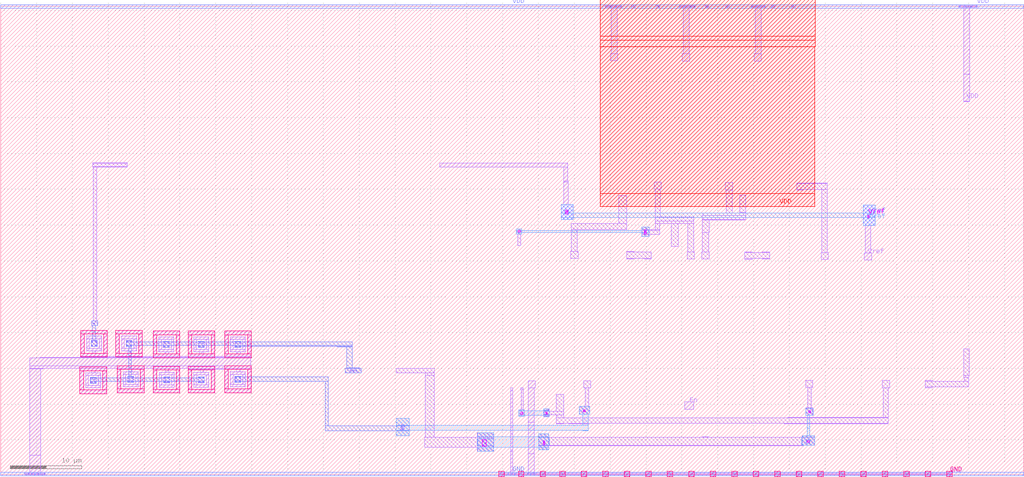
<source format=lef>
VERSION 5.7 ;
  NOWIREEXTENSIONATPIN ON ;
  DIVIDERCHAR "/" ;
  BUSBITCHARS "[]" ;
MACRO BGR
  CLASS BLOCK ;
  FOREIGN BGR ;
  ORIGIN 0.000 -0.240 ;
  SIZE 142.700 BY 65.280 ;
  PIN GND
    ANTENNAGATEAREA 60.024998 ;
    ANTENNADIFFAREA 122.928795 ;
    PORT
      LAYER pwell ;
        RECT 11.160 19.805 14.880 20.310 ;
        RECT 11.160 17.095 11.665 19.805 ;
        RECT 14.375 17.095 14.880 19.805 ;
        RECT 11.160 16.590 14.880 17.095 ;
        RECT 16.030 19.805 19.750 20.310 ;
        RECT 16.030 17.095 16.535 19.805 ;
        RECT 19.245 17.095 19.750 19.805 ;
        RECT 16.030 16.590 19.750 17.095 ;
        RECT 21.250 19.695 24.970 20.200 ;
        RECT 21.250 16.985 21.755 19.695 ;
        RECT 24.465 16.985 24.970 19.695 ;
        RECT 21.250 16.480 24.970 16.985 ;
        RECT 26.120 19.695 29.840 20.200 ;
        RECT 26.120 16.985 26.625 19.695 ;
        RECT 29.335 16.985 29.840 19.695 ;
        RECT 26.120 16.480 29.840 16.985 ;
        RECT 31.220 19.695 34.940 20.200 ;
        RECT 31.220 16.985 31.725 19.695 ;
        RECT 34.435 16.985 34.940 19.695 ;
        RECT 31.220 16.480 34.940 16.985 ;
        RECT 11.040 14.675 14.760 15.180 ;
        RECT 11.040 11.965 11.545 14.675 ;
        RECT 14.255 11.965 14.760 14.675 ;
        RECT 11.040 11.460 14.760 11.965 ;
        RECT 16.260 14.825 19.980 15.330 ;
        RECT 16.260 12.115 16.765 14.825 ;
        RECT 19.475 12.115 19.980 14.825 ;
        RECT 16.260 11.610 19.980 12.115 ;
        RECT 21.280 14.765 25.000 15.270 ;
        RECT 21.280 12.055 21.785 14.765 ;
        RECT 24.495 12.055 25.000 14.765 ;
        RECT 21.280 11.550 25.000 12.055 ;
        RECT 26.130 14.765 29.850 15.270 ;
        RECT 26.130 12.055 26.635 14.765 ;
        RECT 29.345 12.055 29.850 14.765 ;
        RECT 26.130 11.550 29.850 12.055 ;
        RECT 31.220 14.825 34.940 15.330 ;
        RECT 31.220 12.115 31.725 14.825 ;
        RECT 34.435 12.115 34.940 14.825 ;
        RECT 31.220 11.610 34.940 12.115 ;
        RECT 69.470 -0.130 70.210 0.610 ;
        RECT 72.220 -0.130 72.960 0.610 ;
        RECT 75.220 -0.130 75.960 0.610 ;
        RECT 77.970 -0.130 78.710 0.610 ;
        RECT 80.970 -0.130 81.710 0.610 ;
        RECT 83.970 -0.130 84.710 0.610 ;
        RECT 86.970 -0.130 87.710 0.610 ;
        RECT 89.970 -0.130 90.710 0.610 ;
        RECT 92.970 -0.130 93.710 0.610 ;
        RECT 95.970 -0.130 96.710 0.610 ;
        RECT 98.970 -0.130 99.710 0.610 ;
        RECT 101.970 -0.130 102.710 0.610 ;
        RECT 104.970 -0.130 105.710 0.610 ;
        RECT 107.970 -0.130 108.710 0.610 ;
        RECT 110.960 -0.130 111.700 0.610 ;
        RECT 113.970 -0.130 114.710 0.610 ;
        RECT 116.970 -0.130 117.710 0.610 ;
        RECT 119.970 -0.130 120.710 0.610 ;
        RECT 122.970 -0.130 123.710 0.610 ;
        RECT 125.970 -0.130 126.710 0.610 ;
        RECT 128.970 -0.130 129.710 0.610 ;
        RECT 131.970 -0.130 132.710 0.610 ;
      LAYER li1 ;
        RECT 11.160 19.805 14.880 20.310 ;
        RECT 11.160 17.095 11.665 19.805 ;
        RECT 11.975 19.135 14.065 19.495 ;
        RECT 11.975 17.765 12.335 19.135 ;
        RECT 13.705 17.765 14.065 19.135 ;
        RECT 11.975 17.405 14.065 17.765 ;
        RECT 12.750 17.095 13.250 17.405 ;
        RECT 14.375 17.095 14.880 19.805 ;
        RECT 11.160 16.640 14.880 17.095 ;
        RECT 16.030 19.805 19.750 20.310 ;
        RECT 16.030 17.095 16.535 19.805 ;
        RECT 16.845 19.135 18.935 19.495 ;
        RECT 16.845 17.765 17.205 19.135 ;
        RECT 18.575 17.765 18.935 19.135 ;
        RECT 16.845 17.405 18.935 17.765 ;
        RECT 17.620 17.095 18.120 17.405 ;
        RECT 19.245 17.095 19.750 19.805 ;
        RECT 16.030 16.640 19.750 17.095 ;
        RECT 21.250 19.695 24.970 20.200 ;
        RECT 21.250 16.985 21.755 19.695 ;
        RECT 22.065 19.025 24.155 19.385 ;
        RECT 22.065 17.655 22.425 19.025 ;
        RECT 23.795 17.655 24.155 19.025 ;
        RECT 22.065 17.295 24.155 17.655 ;
        RECT 22.910 16.985 23.410 17.295 ;
        RECT 24.465 16.985 24.970 19.695 ;
        RECT 21.250 16.640 24.970 16.985 ;
        RECT 26.120 19.695 29.840 20.200 ;
        RECT 26.120 16.985 26.625 19.695 ;
        RECT 26.935 19.025 29.025 19.385 ;
        RECT 26.935 17.655 27.295 19.025 ;
        RECT 28.665 17.655 29.025 19.025 ;
        RECT 26.935 17.295 29.025 17.655 ;
        RECT 27.720 16.985 28.220 17.295 ;
        RECT 29.335 16.985 29.840 19.695 ;
        RECT 26.120 16.670 29.840 16.985 ;
        RECT 31.220 19.695 34.940 20.200 ;
        RECT 31.220 16.985 31.725 19.695 ;
        RECT 32.035 19.025 34.125 19.385 ;
        RECT 32.035 17.655 32.395 19.025 ;
        RECT 33.765 17.655 34.125 19.025 ;
        RECT 32.035 17.295 34.125 17.655 ;
        RECT 32.890 16.985 33.370 17.295 ;
        RECT 34.435 16.985 34.940 19.695 ;
        RECT 31.220 16.670 34.940 16.985 ;
        RECT 26.120 16.640 34.940 16.670 ;
        RECT 11.070 16.520 34.940 16.640 ;
        RECT 5.410 16.490 34.940 16.520 ;
        RECT 4.340 16.480 34.940 16.490 ;
        RECT 4.340 16.450 34.860 16.480 ;
        RECT 4.050 15.330 34.860 16.450 ;
        RECT 4.050 15.020 34.940 15.330 ;
        RECT 4.050 14.920 5.920 15.020 ;
        RECT 11.040 15.000 34.940 15.020 ;
        RECT 4.050 2.840 5.570 14.920 ;
        RECT 11.040 14.675 14.760 15.000 ;
        RECT 11.040 11.965 11.545 14.675 ;
        RECT 12.680 14.365 13.180 14.675 ;
        RECT 11.855 14.005 13.945 14.365 ;
        RECT 11.855 12.635 12.215 14.005 ;
        RECT 13.585 12.635 13.945 14.005 ;
        RECT 11.855 12.275 13.945 12.635 ;
        RECT 14.255 11.965 14.760 14.675 ;
        RECT 11.040 11.460 14.760 11.965 ;
        RECT 16.260 14.825 19.980 15.000 ;
        RECT 16.260 12.115 16.765 14.825 ;
        RECT 17.870 14.515 18.370 14.825 ;
        RECT 17.075 14.155 19.165 14.515 ;
        RECT 17.075 12.785 17.435 14.155 ;
        RECT 18.805 12.785 19.165 14.155 ;
        RECT 17.075 12.425 19.165 12.785 ;
        RECT 19.475 12.115 19.980 14.825 ;
        RECT 16.260 11.610 19.980 12.115 ;
        RECT 21.280 14.765 25.000 15.000 ;
        RECT 21.280 12.055 21.785 14.765 ;
        RECT 22.950 14.455 23.450 14.765 ;
        RECT 22.095 14.095 24.185 14.455 ;
        RECT 22.095 12.725 22.455 14.095 ;
        RECT 23.825 12.725 24.185 14.095 ;
        RECT 22.095 12.365 24.185 12.725 ;
        RECT 24.495 12.055 25.000 14.765 ;
        RECT 21.280 11.550 25.000 12.055 ;
        RECT 26.130 14.840 34.940 15.000 ;
        RECT 26.130 14.765 29.850 14.840 ;
        RECT 26.130 12.055 26.635 14.765 ;
        RECT 27.830 14.455 28.330 14.765 ;
        RECT 26.945 14.095 29.035 14.455 ;
        RECT 26.945 12.725 27.305 14.095 ;
        RECT 28.675 12.725 29.035 14.095 ;
        RECT 26.945 12.365 29.035 12.725 ;
        RECT 29.345 12.055 29.850 14.765 ;
        RECT 26.130 11.550 29.850 12.055 ;
        RECT 31.220 14.825 34.940 14.840 ;
        RECT 31.220 12.115 31.725 14.825 ;
        RECT 32.890 14.515 33.370 14.825 ;
        RECT 32.035 14.155 34.125 14.515 ;
        RECT 32.035 12.785 32.395 14.155 ;
        RECT 33.765 12.785 34.125 14.155 ;
        RECT 32.035 12.425 34.125 12.785 ;
        RECT 34.435 12.115 34.940 14.825 ;
        RECT 73.540 12.280 74.540 13.280 ;
        RECT 31.220 11.610 34.940 12.115 ;
        RECT 71.110 11.950 71.440 12.280 ;
        RECT 71.110 5.940 71.400 11.950 ;
        RECT 71.120 3.590 71.400 5.940 ;
        RECT 73.540 7.460 74.420 12.280 ;
        RECT 71.120 3.350 71.430 3.590 ;
        RECT 4.020 0.330 5.580 2.840 ;
        RECT 69.600 0.330 70.080 0.480 ;
        RECT 71.150 0.330 71.430 3.350 ;
        RECT 73.540 3.060 74.440 7.460 ;
        RECT 72.350 0.330 72.830 0.480 ;
        RECT 73.550 0.330 74.410 3.060 ;
        RECT 75.350 0.330 75.830 0.480 ;
        RECT 78.100 0.330 78.580 0.480 ;
        RECT 81.100 0.330 81.580 0.480 ;
        RECT 84.100 0.330 84.580 0.480 ;
        RECT 87.100 0.330 87.580 0.480 ;
        RECT 90.100 0.330 90.580 0.480 ;
        RECT 93.100 0.330 93.580 0.480 ;
        RECT 96.100 0.330 96.580 0.480 ;
        RECT 99.100 0.330 99.580 0.480 ;
        RECT 102.100 0.330 102.580 0.480 ;
        RECT 105.100 0.330 105.580 0.480 ;
        RECT 108.100 0.330 108.580 0.480 ;
        RECT 111.090 0.330 111.570 0.480 ;
        RECT 114.100 0.330 114.580 0.480 ;
        RECT 117.100 0.330 117.580 0.480 ;
        RECT 120.100 0.330 120.580 0.480 ;
        RECT 123.100 0.330 123.580 0.480 ;
        RECT 126.100 0.330 126.580 0.480 ;
        RECT 129.100 0.330 129.580 0.480 ;
        RECT 132.100 0.330 132.580 0.480 ;
        RECT 3.350 0.150 6.230 0.330 ;
        RECT 69.600 0.150 132.580 0.330 ;
        RECT 69.600 0.000 70.080 0.150 ;
        RECT 72.350 0.000 72.830 0.150 ;
        RECT 75.350 0.000 75.830 0.150 ;
        RECT 78.100 0.000 78.580 0.150 ;
        RECT 81.100 0.000 81.580 0.150 ;
        RECT 84.100 0.000 84.580 0.150 ;
        RECT 87.100 0.000 87.580 0.150 ;
        RECT 90.100 0.000 90.580 0.150 ;
        RECT 93.100 0.000 93.580 0.150 ;
        RECT 96.100 0.000 96.580 0.150 ;
        RECT 99.100 0.000 99.580 0.150 ;
        RECT 102.100 0.000 102.580 0.150 ;
        RECT 105.100 0.000 105.580 0.150 ;
        RECT 108.100 0.000 108.580 0.150 ;
        RECT 111.090 0.000 111.570 0.150 ;
        RECT 114.100 0.000 114.580 0.150 ;
        RECT 117.100 0.000 117.580 0.150 ;
        RECT 120.100 0.000 120.580 0.150 ;
        RECT 123.100 0.000 123.580 0.150 ;
        RECT 126.100 0.000 126.580 0.150 ;
        RECT 129.100 0.000 129.580 0.150 ;
        RECT 132.100 0.000 132.580 0.150 ;
      LAYER mcon ;
        RECT 3.355 0.155 3.525 0.325 ;
        RECT 3.805 0.155 3.975 0.325 ;
        RECT 4.255 0.155 4.425 0.325 ;
        RECT 4.705 0.155 4.875 0.325 ;
        RECT 5.155 0.155 5.325 0.325 ;
        RECT 5.605 0.155 5.775 0.325 ;
        RECT 6.055 0.155 6.225 0.325 ;
        RECT 69.750 0.150 69.920 0.320 ;
        RECT 70.705 0.155 70.875 0.325 ;
        RECT 71.155 0.155 71.325 0.325 ;
        RECT 71.605 0.155 71.775 0.325 ;
        RECT 72.500 0.150 72.670 0.320 ;
        RECT 73.410 0.155 73.580 0.325 ;
        RECT 73.855 0.155 74.025 0.325 ;
        RECT 74.300 0.155 74.470 0.325 ;
        RECT 75.500 0.150 75.670 0.320 ;
        RECT 78.250 0.150 78.420 0.320 ;
        RECT 81.250 0.150 81.420 0.320 ;
        RECT 84.250 0.150 84.420 0.320 ;
        RECT 87.250 0.150 87.420 0.320 ;
        RECT 90.250 0.150 90.420 0.320 ;
        RECT 93.250 0.150 93.420 0.320 ;
        RECT 96.250 0.150 96.420 0.320 ;
        RECT 99.250 0.150 99.420 0.320 ;
        RECT 102.250 0.150 102.420 0.320 ;
        RECT 105.250 0.150 105.420 0.320 ;
        RECT 108.250 0.150 108.420 0.320 ;
        RECT 111.240 0.150 111.410 0.320 ;
        RECT 114.250 0.150 114.420 0.320 ;
        RECT 117.250 0.150 117.420 0.320 ;
        RECT 120.250 0.150 120.420 0.320 ;
        RECT 123.250 0.150 123.420 0.320 ;
        RECT 126.250 0.150 126.420 0.320 ;
        RECT 129.250 0.150 129.420 0.320 ;
        RECT 132.250 0.150 132.420 0.320 ;
      LAYER met1 ;
        RECT 0.000 0.000 142.700 0.480 ;
    END
  END GND
  PIN Vref
    ANTENNADIFFAREA 20.189800 ;
    PORT
      LAYER li1 ;
        RECT 61.210 43.100 79.110 43.650 ;
        RECT 78.510 41.130 79.090 43.100 ;
        RECT 78.510 41.040 79.120 41.130 ;
        RECT 78.560 37.870 79.120 41.040 ;
        RECT 78.160 35.790 79.850 37.870 ;
        RECT 120.330 34.930 121.940 37.770 ;
        RECT 120.590 31.130 121.310 34.930 ;
        RECT 120.460 30.130 121.460 31.130 ;
      LAYER mcon ;
        RECT 78.670 36.565 79.200 37.095 ;
        RECT 120.945 36.290 121.115 36.460 ;
        RECT 120.945 35.930 121.115 36.100 ;
      LAYER met1 ;
        RECT 78.160 35.790 79.850 37.870 ;
        RECT 120.330 34.930 121.940 37.770 ;
      LAYER via ;
        RECT 78.805 36.860 79.065 37.120 ;
        RECT 78.805 36.540 79.065 36.800 ;
        RECT 120.900 36.065 121.160 36.325 ;
      LAYER met2 ;
        RECT 78.160 36.670 79.850 37.870 ;
        RECT 120.330 36.670 121.940 37.770 ;
        RECT 78.160 36.020 121.940 36.670 ;
        RECT 78.160 35.790 79.850 36.020 ;
        RECT 120.330 34.930 121.940 36.020 ;
    END
  END Vref
  PIN En
    ANTENNAGATEAREA 400.000000 ;
    PORT
      LAYER li1 ;
        RECT 95.380 9.290 96.670 10.350 ;
    END
  END En
  PIN VDD
    ANTENNADIFFAREA 61.432400 ;
    PORT
      LAYER nwell ;
        RECT 83.610 61.350 113.620 66.470 ;
        RECT 83.600 60.810 113.620 61.350 ;
        RECT 83.600 59.910 113.570 60.810 ;
        RECT 83.600 39.370 113.560 59.910 ;
        RECT 83.590 37.620 113.560 39.370 ;
        RECT 93.580 37.570 113.560 37.620 ;
        RECT 103.560 37.560 113.560 37.570 ;
      LAYER li1 ;
        RECT 84.290 65.430 86.630 65.620 ;
        RECT 85.160 58.950 86.000 65.430 ;
        RECT 88.030 65.280 88.510 65.760 ;
        RECT 91.450 65.280 91.930 65.760 ;
        RECT 94.600 65.430 96.860 65.620 ;
        RECT 85.070 57.950 86.070 58.950 ;
        RECT 95.170 58.910 96.010 65.430 ;
        RECT 98.280 65.280 98.760 65.760 ;
        RECT 101.130 65.280 101.610 65.760 ;
        RECT 104.700 65.430 106.650 65.620 ;
        RECT 95.070 57.910 96.070 58.910 ;
        RECT 105.210 58.900 106.050 65.430 ;
        RECT 107.480 65.280 107.960 65.760 ;
        RECT 110.310 65.280 110.790 65.760 ;
        RECT 133.650 65.430 136.230 65.610 ;
        RECT 105.070 57.900 106.070 58.900 ;
        RECT 134.330 56.040 135.150 65.430 ;
        RECT 134.320 52.310 135.150 56.040 ;
        RECT 134.320 52.250 135.050 52.310 ;
      LAYER mcon ;
        RECT 84.305 65.435 84.475 65.605 ;
        RECT 84.965 65.435 85.135 65.605 ;
        RECT 85.745 65.435 85.915 65.605 ;
        RECT 86.445 65.435 86.615 65.605 ;
        RECT 88.185 65.430 88.355 65.600 ;
        RECT 91.605 65.430 91.775 65.600 ;
        RECT 94.605 65.435 94.775 65.605 ;
        RECT 95.345 65.435 95.515 65.605 ;
        RECT 96.105 65.435 96.275 65.605 ;
        RECT 96.685 65.435 96.855 65.605 ;
        RECT 98.435 65.430 98.605 65.600 ;
        RECT 101.285 65.430 101.455 65.600 ;
        RECT 104.715 65.435 104.885 65.605 ;
        RECT 105.315 65.435 105.485 65.605 ;
        RECT 105.945 65.435 106.115 65.605 ;
        RECT 106.475 65.435 106.645 65.605 ;
        RECT 107.635 65.430 107.805 65.600 ;
        RECT 110.465 65.430 110.635 65.600 ;
        RECT 133.665 65.435 133.835 65.605 ;
        RECT 134.515 65.435 134.685 65.605 ;
        RECT 135.245 65.435 135.415 65.605 ;
        RECT 136.055 65.435 136.225 65.605 ;
      LAYER met1 ;
        RECT 0.000 65.280 142.700 65.760 ;
    END
  END VDD
  OBS
      LAYER li1 ;
        RECT 12.840 43.610 17.640 43.710 ;
        RECT 12.840 43.160 17.660 43.610 ;
        RECT 12.840 43.080 17.640 43.160 ;
        RECT 12.880 21.650 13.380 43.080 ;
        RECT 91.120 40.010 92.120 41.010 ;
        RECT 86.200 35.230 87.320 39.130 ;
        RECT 91.270 36.110 91.990 40.010 ;
        RECT 101.080 39.910 102.080 40.910 ;
        RECT 111.030 40.850 112.030 40.900 ;
        RECT 111.030 40.820 115.280 40.850 ;
        RECT 111.030 39.990 115.310 40.820 ;
        RECT 101.200 36.700 102.010 39.910 ;
        RECT 111.030 39.900 112.030 39.990 ;
        RECT 103.100 36.750 103.910 39.180 ;
        RECT 103.100 36.700 103.940 36.750 ;
        RECT 97.900 36.310 103.940 36.700 ;
        RECT 80.440 35.220 87.320 35.230 ;
        RECT 79.600 35.210 87.320 35.220 ;
        RECT 91.260 35.550 96.640 36.110 ;
        RECT 97.840 35.770 103.940 36.310 ;
        RECT 97.840 35.740 103.800 35.770 ;
        RECT 71.930 33.780 72.650 34.460 ;
        RECT 79.600 34.350 87.300 35.210 ;
        RECT 91.260 35.200 96.660 35.550 ;
        RECT 89.410 34.390 90.480 34.730 ;
        RECT 91.270 34.390 91.940 35.200 ;
        RECT 72.130 32.160 72.500 33.780 ;
        RECT 79.600 31.310 80.440 34.350 ;
        RECT 89.410 34.250 91.940 34.390 ;
        RECT 89.410 33.690 91.910 34.250 ;
        RECT 89.410 33.380 90.480 33.690 ;
        RECT 93.520 31.990 94.480 35.200 ;
        RECT 79.530 30.310 80.530 31.310 ;
        RECT 87.310 31.220 88.310 31.280 ;
        RECT 95.850 31.270 96.660 35.200 ;
        RECT 97.840 33.940 98.800 35.740 ;
        RECT 97.850 31.270 98.760 33.940 ;
        RECT 89.740 31.220 90.740 31.270 ;
        RECT 87.310 30.350 90.740 31.220 ;
        RECT 87.310 30.280 88.310 30.350 ;
        RECT 89.740 30.270 90.740 30.350 ;
        RECT 95.740 30.270 96.740 31.270 ;
        RECT 97.790 30.270 98.790 31.270 ;
        RECT 103.800 31.160 104.800 31.230 ;
        RECT 106.240 31.160 107.240 31.270 ;
        RECT 114.500 31.170 115.310 39.990 ;
        RECT 103.800 30.320 107.240 31.160 ;
        RECT 103.800 30.230 104.800 30.320 ;
        RECT 106.240 30.270 107.240 30.320 ;
        RECT 114.410 30.170 115.410 31.170 ;
        RECT 12.660 20.960 13.500 21.650 ;
        RECT 12.625 18.055 13.415 18.845 ;
        RECT 17.495 18.055 18.285 18.845 ;
        RECT 22.715 17.945 23.505 18.735 ;
        RECT 27.585 17.945 28.375 18.735 ;
        RECT 32.685 17.945 33.475 18.735 ;
        RECT 55.200 14.980 60.460 15.010 ;
        RECT 48.070 14.960 50.280 14.970 ;
        RECT 48.050 14.400 50.280 14.960 ;
        RECT 55.180 14.400 60.460 14.980 ;
        RECT 48.070 14.390 50.280 14.400 ;
        RECT 55.200 14.370 60.460 14.400 ;
        RECT 59.180 14.050 60.430 14.370 ;
        RECT 12.505 12.925 13.295 13.715 ;
        RECT 17.725 13.075 18.515 13.865 ;
        RECT 22.745 13.015 23.535 13.805 ;
        RECT 27.595 13.015 28.385 13.805 ;
        RECT 32.685 13.075 33.475 13.865 ;
        RECT 55.760 6.410 56.280 7.110 ;
        RECT 59.180 5.360 60.460 14.050 ;
        RECT 134.330 13.990 135.070 17.710 ;
        RECT 134.350 13.770 135.010 13.990 ;
        RECT 72.540 11.970 72.870 12.300 ;
        RECT 81.300 12.270 82.300 13.270 ;
        RECT 112.270 12.310 113.270 13.310 ;
        RECT 72.570 9.190 72.850 11.970 ;
        RECT 72.260 8.280 73.030 9.190 ;
        RECT 75.790 9.010 76.460 9.320 ;
        RECT 77.470 9.010 78.500 11.340 ;
        RECT 81.490 9.720 82.040 12.270 ;
        RECT 75.790 8.520 78.500 9.010 ;
        RECT 80.720 8.560 82.140 9.720 ;
        RECT 112.550 9.450 113.030 12.310 ;
        RECT 122.960 12.300 123.960 13.300 ;
        RECT 128.950 13.190 129.950 13.290 ;
        RECT 134.370 13.190 135.010 13.770 ;
        RECT 128.950 12.380 135.030 13.190 ;
        RECT 75.790 8.270 76.460 8.520 ;
        RECT 77.470 8.060 78.500 8.520 ;
        RECT 112.290 8.460 113.280 9.450 ;
        RECT 123.090 8.130 123.820 12.300 ;
        RECT 128.950 12.290 129.950 12.380 ;
        RECT 109.770 8.060 123.820 8.130 ;
        RECT 77.470 7.330 123.820 8.060 ;
        RECT 77.470 7.320 82.020 7.330 ;
        RECT 82.460 7.320 123.820 7.330 ;
        RECT 77.470 7.270 78.500 7.320 ;
        RECT 79.200 7.280 82.020 7.320 ;
        RECT 109.290 7.270 123.820 7.320 ;
        RECT 66.470 5.360 68.780 6.030 ;
        RECT 59.120 4.000 68.780 5.360 ;
        RECT 66.470 3.450 68.780 4.000 ;
        RECT 75.010 5.360 76.440 5.880 ;
        RECT 97.830 5.380 98.770 5.410 ;
        RECT 111.760 5.380 113.530 5.580 ;
        RECT 97.380 5.370 113.530 5.380 ;
        RECT 84.590 5.360 113.530 5.370 ;
        RECT 75.010 4.220 113.530 5.360 ;
        RECT 75.010 4.210 111.950 4.220 ;
        RECT 75.010 3.640 76.440 4.210 ;
        RECT 84.590 4.200 98.980 4.210 ;
        RECT 97.380 4.180 98.980 4.200 ;
      LAYER mcon ;
        RECT 72.210 34.045 72.380 34.215 ;
        RECT 89.815 34.120 89.985 34.290 ;
        RECT 89.815 33.760 89.985 33.930 ;
        RECT 12.930 21.190 13.100 21.360 ;
        RECT 12.695 18.605 12.865 18.775 ;
        RECT 13.175 18.605 13.345 18.775 ;
        RECT 12.695 18.125 12.865 18.295 ;
        RECT 13.175 18.125 13.345 18.295 ;
        RECT 17.565 18.605 17.735 18.775 ;
        RECT 18.045 18.605 18.215 18.775 ;
        RECT 17.565 18.125 17.735 18.295 ;
        RECT 18.045 18.125 18.215 18.295 ;
        RECT 22.785 18.495 22.955 18.665 ;
        RECT 23.265 18.495 23.435 18.665 ;
        RECT 22.785 18.015 22.955 18.185 ;
        RECT 23.265 18.015 23.435 18.185 ;
        RECT 27.655 18.495 27.825 18.665 ;
        RECT 28.135 18.495 28.305 18.665 ;
        RECT 27.655 18.015 27.825 18.185 ;
        RECT 28.135 18.015 28.305 18.185 ;
        RECT 32.755 18.495 32.925 18.665 ;
        RECT 33.235 18.495 33.405 18.665 ;
        RECT 32.755 18.015 32.925 18.185 ;
        RECT 33.235 18.015 33.405 18.185 ;
        RECT 48.765 14.610 48.935 14.780 ;
        RECT 49.125 14.610 49.295 14.780 ;
        RECT 49.485 14.610 49.655 14.780 ;
        RECT 12.575 13.475 12.745 13.645 ;
        RECT 13.055 13.475 13.225 13.645 ;
        RECT 12.575 12.995 12.745 13.165 ;
        RECT 13.055 12.995 13.225 13.165 ;
        RECT 17.795 13.625 17.965 13.795 ;
        RECT 18.275 13.625 18.445 13.795 ;
        RECT 17.795 13.145 17.965 13.315 ;
        RECT 18.275 13.145 18.445 13.315 ;
        RECT 22.815 13.565 22.985 13.735 ;
        RECT 23.295 13.565 23.465 13.735 ;
        RECT 22.815 13.085 22.985 13.255 ;
        RECT 23.295 13.085 23.465 13.255 ;
        RECT 27.665 13.565 27.835 13.735 ;
        RECT 28.145 13.565 28.315 13.735 ;
        RECT 27.665 13.085 27.835 13.255 ;
        RECT 28.145 13.085 28.315 13.255 ;
        RECT 32.755 13.625 32.925 13.795 ;
        RECT 33.235 13.625 33.405 13.795 ;
        RECT 32.755 13.145 32.925 13.315 ;
        RECT 33.235 13.145 33.405 13.315 ;
        RECT 55.935 6.855 56.105 7.025 ;
        RECT 55.935 6.495 56.105 6.665 ;
        RECT 72.555 8.675 72.725 8.845 ;
        RECT 75.985 8.655 76.155 8.825 ;
        RECT 81.310 8.985 81.480 9.155 ;
        RECT 112.750 8.840 112.920 9.010 ;
        RECT 67.155 4.145 67.685 5.035 ;
        RECT 75.655 4.710 75.825 4.880 ;
        RECT 112.340 4.525 112.870 5.055 ;
        RECT 75.655 4.350 75.825 4.520 ;
      LAYER met1 ;
        RECT 71.930 33.780 72.650 34.460 ;
        RECT 89.410 33.380 90.480 34.730 ;
        RECT 12.660 20.960 13.500 21.650 ;
        RECT 12.770 18.865 13.280 20.960 ;
        RECT 12.605 18.035 13.435 18.865 ;
        RECT 17.475 18.660 18.305 18.865 ;
        RECT 22.695 18.660 23.525 18.755 ;
        RECT 27.565 18.660 28.395 18.755 ;
        RECT 32.665 18.680 33.495 18.755 ;
        RECT 32.665 18.660 49.050 18.680 ;
        RECT 17.475 18.190 49.050 18.660 ;
        RECT 17.475 18.035 18.305 18.190 ;
        RECT 17.840 13.885 18.230 18.035 ;
        RECT 22.695 17.925 23.525 18.190 ;
        RECT 27.565 17.925 28.395 18.190 ;
        RECT 32.665 18.040 49.050 18.190 ;
        RECT 32.665 17.925 33.495 18.040 ;
        RECT 46.940 18.000 49.050 18.040 ;
        RECT 48.270 15.060 49.050 18.000 ;
        RECT 48.270 14.960 50.080 15.060 ;
        RECT 48.050 14.400 50.270 14.960 ;
        RECT 12.485 13.660 13.315 13.735 ;
        RECT 17.705 13.660 18.535 13.885 ;
        RECT 22.725 13.660 23.555 13.825 ;
        RECT 27.575 13.660 28.405 13.825 ;
        RECT 12.485 13.190 28.405 13.660 ;
        RECT 12.485 12.905 13.315 13.190 ;
        RECT 17.705 13.055 18.535 13.190 ;
        RECT 22.725 12.995 23.555 13.190 ;
        RECT 27.575 12.995 28.405 13.190 ;
        RECT 32.665 13.790 33.495 13.885 ;
        RECT 32.665 13.180 45.710 13.790 ;
        RECT 32.665 13.055 33.495 13.180 ;
        RECT 45.230 6.980 45.680 13.180 ;
        RECT 72.270 9.180 72.570 9.200 ;
        RECT 72.850 9.180 73.030 9.200 ;
        RECT 72.270 8.280 73.030 9.180 ;
        RECT 75.770 9.120 76.470 9.320 ;
        RECT 75.770 8.540 76.490 9.120 ;
        RECT 80.720 8.560 82.140 9.720 ;
        RECT 112.290 9.430 112.550 9.440 ;
        RECT 113.030 9.430 113.290 9.440 ;
        RECT 75.770 8.260 76.470 8.540 ;
        RECT 112.290 8.440 113.290 9.430 ;
        RECT 55.190 6.980 56.990 8.040 ;
        RECT 45.230 6.310 56.990 6.980 ;
        RECT 45.260 6.280 56.990 6.310 ;
        RECT 55.190 5.600 56.990 6.280 ;
        RECT 66.500 5.180 68.790 6.030 ;
        RECT 66.460 4.160 68.790 5.180 ;
        RECT 66.500 3.450 68.790 4.160 ;
        RECT 75.020 5.340 76.460 5.850 ;
        RECT 111.760 5.340 113.530 5.580 ;
        RECT 75.020 4.240 76.470 5.340 ;
        RECT 111.750 4.240 113.530 5.340 ;
        RECT 75.020 3.640 76.460 4.240 ;
        RECT 111.760 4.220 113.530 4.240 ;
      LAYER via ;
        RECT 72.165 34.000 72.425 34.260 ;
        RECT 89.770 34.055 90.030 34.315 ;
        RECT 89.770 33.735 90.030 33.995 ;
        RECT 72.520 8.610 72.780 8.870 ;
        RECT 75.985 8.605 76.245 8.865 ;
        RECT 81.265 8.940 81.525 9.200 ;
        RECT 112.710 8.800 112.970 9.060 ;
        RECT 67.145 4.135 67.725 5.035 ;
        RECT 75.650 4.650 75.910 4.910 ;
        RECT 75.650 4.330 75.910 4.590 ;
        RECT 112.475 4.655 112.735 4.915 ;
      LAYER met2 ;
        RECT 71.930 34.220 72.650 34.460 ;
        RECT 89.410 34.220 90.480 34.730 ;
        RECT 71.930 33.950 90.480 34.220 ;
        RECT 71.930 33.780 72.650 33.950 ;
        RECT 79.510 33.930 80.650 33.950 ;
        RECT 89.410 33.380 90.480 33.950 ;
        RECT 72.270 9.180 72.570 9.200 ;
        RECT 72.850 9.180 73.030 9.200 ;
        RECT 72.270 9.100 73.030 9.180 ;
        RECT 75.770 9.100 76.470 9.320 ;
        RECT 72.270 8.460 76.470 9.100 ;
        RECT 80.720 8.560 82.140 9.720 ;
        RECT 112.290 9.430 112.550 9.440 ;
        RECT 113.030 9.430 113.290 9.440 ;
        RECT 72.270 8.280 73.030 8.460 ;
        RECT 73.460 8.450 74.740 8.460 ;
        RECT 75.770 8.260 76.470 8.460 ;
        RECT 55.190 7.050 56.990 8.040 ;
        RECT 81.170 7.050 81.910 8.560 ;
        RECT 112.290 8.440 113.290 9.430 ;
        RECT 55.190 6.350 81.930 7.050 ;
        RECT 112.470 6.600 112.860 8.440 ;
        RECT 55.190 5.600 56.990 6.350 ;
        RECT 81.170 6.310 81.910 6.350 ;
        RECT 66.500 5.420 68.790 6.030 ;
        RECT 71.070 5.420 71.590 5.430 ;
        RECT 75.020 5.420 76.460 5.850 ;
        RECT 112.480 5.580 112.860 6.600 ;
        RECT 66.500 3.980 76.460 5.420 ;
        RECT 111.760 4.220 113.530 5.580 ;
        RECT 66.500 3.450 68.790 3.980 ;
        RECT 75.020 3.640 76.460 3.980 ;
  END
END BGR
END LIBRARY


</source>
